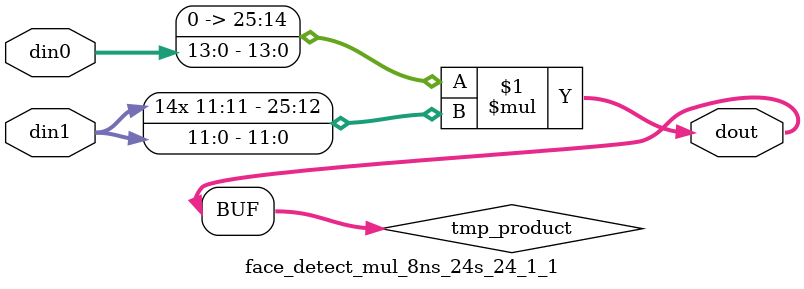
<source format=v>

`timescale 1 ns / 1 ps

  module face_detect_mul_8ns_24s_24_1_1(din0, din1, dout);
parameter ID = 1;
parameter NUM_STAGE = 0;
parameter din0_WIDTH = 14;
parameter din1_WIDTH = 12;
parameter dout_WIDTH = 26;

input [din0_WIDTH - 1 : 0] din0; 
input [din1_WIDTH - 1 : 0] din1; 
output [dout_WIDTH - 1 : 0] dout;

wire signed [dout_WIDTH - 1 : 0] tmp_product;











assign tmp_product = $signed({1'b0, din0}) * $signed(din1);










assign dout = tmp_product;







endmodule

</source>
